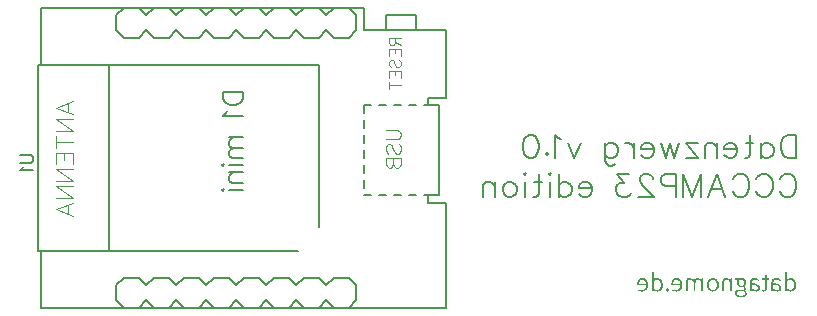
<source format=gbo>
G04 Layer: BottomSilkscreenLayer*
G04 EasyEDA v6.5.34, 2023-08-29 10:19:29*
G04 49c1189aaea244c0bf5c0b9dc7b8a4ca,07f4848b7c094117bb63b494a1dfdd33,10*
G04 Gerber Generator version 0.2*
G04 Scale: 100 percent, Rotated: No, Reflected: No *
G04 Dimensions in millimeters *
G04 leading zeros omitted , absolute positions ,4 integer and 5 decimal *
%FSLAX45Y45*%
%MOMM*%

%ADD10C,0.2032*%
%ADD11C,0.1524*%
%ADD12C,0.1219*%
%ADD13C,0.1422*%
%ADD14C,0.0813*%
%ADD15C,0.1016*%
%ADD16C,0.1270*%
%ADD17C,0.0153*%

%LPD*%
G36*
X6459982Y3235198D02*
G01*
X6459982Y3100324D01*
X6476492Y3100324D01*
X6476492Y3159760D01*
X6483705Y3165297D01*
X6490665Y3169107D01*
X6497472Y3171240D01*
X6504431Y3171952D01*
X6509054Y3171596D01*
X6513423Y3170478D01*
X6517538Y3168751D01*
X6521399Y3166313D01*
X6524955Y3163316D01*
X6528104Y3159709D01*
X6530898Y3155594D01*
X6533235Y3150971D01*
X6535166Y3145891D01*
X6536537Y3140405D01*
X6537401Y3134512D01*
X6537706Y3128264D01*
X6537452Y3121761D01*
X6536791Y3115716D01*
X6535623Y3110128D01*
X6533997Y3105048D01*
X6531965Y3100476D01*
X6529476Y3096463D01*
X6526580Y3093008D01*
X6523278Y3090113D01*
X6519621Y3087827D01*
X6515506Y3086201D01*
X6511035Y3085185D01*
X6506209Y3084830D01*
X6498437Y3085846D01*
X6490970Y3088792D01*
X6483705Y3093618D01*
X6476492Y3100324D01*
X6459982Y3100324D01*
X6459982Y3073400D01*
X6473698Y3073400D01*
X6474968Y3086608D01*
X6475730Y3086608D01*
X6479133Y3083458D01*
X6482791Y3080512D01*
X6486753Y3077819D01*
X6490919Y3075482D01*
X6495288Y3073552D01*
X6499860Y3072130D01*
X6504635Y3071164D01*
X6509512Y3070860D01*
X6514592Y3071114D01*
X6519418Y3071825D01*
X6523990Y3072993D01*
X6528307Y3074670D01*
X6532321Y3076752D01*
X6536080Y3079292D01*
X6539484Y3082290D01*
X6542633Y3085744D01*
X6545427Y3089605D01*
X6547916Y3093923D01*
X6549999Y3098647D01*
X6551777Y3103778D01*
X6553149Y3109264D01*
X6554165Y3115208D01*
X6554774Y3121558D01*
X6554978Y3128264D01*
X6554724Y3134715D01*
X6553962Y3140862D01*
X6552742Y3146704D01*
X6551066Y3152190D01*
X6548983Y3157270D01*
X6546494Y3162046D01*
X6543700Y3166364D01*
X6540550Y3170326D01*
X6537096Y3173882D01*
X6533388Y3176981D01*
X6529425Y3179673D01*
X6525310Y3181858D01*
X6520992Y3183636D01*
X6516522Y3184906D01*
X6511899Y3185668D01*
X6507226Y3185922D01*
X6498234Y3185058D01*
X6490360Y3182518D01*
X6482994Y3178403D01*
X6475730Y3172968D01*
X6476492Y3192018D01*
X6476492Y3235198D01*
G37*
G36*
X5331968Y3235198D02*
G01*
X5331968Y3100324D01*
X5348224Y3100324D01*
X5348224Y3159760D01*
X5355539Y3165297D01*
X5362498Y3169107D01*
X5369356Y3171240D01*
X5376418Y3171952D01*
X5380939Y3171596D01*
X5385308Y3170478D01*
X5389422Y3168751D01*
X5393232Y3166313D01*
X5396738Y3163316D01*
X5399887Y3159709D01*
X5402630Y3155594D01*
X5405018Y3150971D01*
X5406898Y3145891D01*
X5408269Y3140405D01*
X5409133Y3134512D01*
X5409438Y3128264D01*
X5409184Y3121761D01*
X5408523Y3115716D01*
X5407355Y3110128D01*
X5405729Y3105048D01*
X5403697Y3100476D01*
X5401208Y3096463D01*
X5398312Y3093008D01*
X5395010Y3090113D01*
X5391353Y3087827D01*
X5387238Y3086201D01*
X5382768Y3085185D01*
X5377942Y3084830D01*
X5370322Y3085846D01*
X5362905Y3088792D01*
X5355590Y3093618D01*
X5348224Y3100324D01*
X5331968Y3100324D01*
X5331968Y3073400D01*
X5345430Y3073400D01*
X5346954Y3086608D01*
X5347462Y3086608D01*
X5350916Y3083458D01*
X5354624Y3080512D01*
X5358587Y3077819D01*
X5362752Y3075482D01*
X5367172Y3073552D01*
X5371744Y3072130D01*
X5376519Y3071164D01*
X5381498Y3070860D01*
X5386578Y3071114D01*
X5391404Y3071825D01*
X5395976Y3072993D01*
X5400243Y3074670D01*
X5404256Y3076752D01*
X5407964Y3079292D01*
X5411368Y3082290D01*
X5414467Y3085744D01*
X5417261Y3089605D01*
X5419699Y3093923D01*
X5421782Y3098647D01*
X5423560Y3103778D01*
X5424932Y3109264D01*
X5425897Y3115208D01*
X5426506Y3121558D01*
X5426710Y3128264D01*
X5426456Y3134715D01*
X5425694Y3140862D01*
X5424474Y3146704D01*
X5422798Y3152190D01*
X5420715Y3157270D01*
X5418226Y3162046D01*
X5415432Y3166364D01*
X5412282Y3170326D01*
X5408828Y3173882D01*
X5405120Y3176981D01*
X5401157Y3179673D01*
X5397042Y3181858D01*
X5392724Y3183636D01*
X5388254Y3184906D01*
X5383631Y3185668D01*
X5378958Y3185922D01*
X5369966Y3185058D01*
X5362041Y3182518D01*
X5354726Y3178403D01*
X5347462Y3172968D01*
X5348224Y3192018D01*
X5348224Y3235198D01*
G37*
G36*
X6291580Y3214116D02*
G01*
X6291580Y3183128D01*
X6261354Y3183128D01*
X6261354Y3169412D01*
X6291580Y3169412D01*
X6291580Y3105912D01*
X6290716Y3096869D01*
X6287871Y3090062D01*
X6282588Y3085795D01*
X6274308Y3084322D01*
X6271107Y3084576D01*
X6267754Y3085287D01*
X6264503Y3086252D01*
X6261608Y3087370D01*
X6258306Y3074924D01*
X6268059Y3072130D01*
X6273088Y3071215D01*
X6277864Y3070860D01*
X6285738Y3071520D01*
X6292240Y3073400D01*
X6297472Y3076498D01*
X6301536Y3080664D01*
X6304534Y3085795D01*
X6306566Y3091840D01*
X6307734Y3098749D01*
X6308090Y3106420D01*
X6308090Y3169412D01*
X6324600Y3169412D01*
X6324600Y3182112D01*
X6307328Y3183128D01*
X6305296Y3214116D01*
G37*
G36*
X6381496Y3185922D02*
G01*
X6375146Y3185566D01*
X6369456Y3184448D01*
X6364427Y3182670D01*
X6359956Y3180283D01*
X6356096Y3177235D01*
X6352844Y3173577D01*
X6350101Y3169412D01*
X6347917Y3164738D01*
X6346240Y3159556D01*
X6345072Y3153918D01*
X6344361Y3147872D01*
X6344158Y3131566D01*
X6360668Y3131566D01*
X6369862Y3130346D01*
X6378041Y3128873D01*
X6385204Y3127197D01*
X6391452Y3125368D01*
X6396786Y3123285D01*
X6401257Y3120999D01*
X6404965Y3118510D01*
X6407861Y3115767D01*
X6410045Y3112820D01*
X6411569Y3109620D01*
X6412433Y3106216D01*
X6412738Y3102610D01*
X6411112Y3094126D01*
X6406743Y3088386D01*
X6400292Y3085084D01*
X6392418Y3084068D01*
X6384290Y3085033D01*
X6376568Y3087979D01*
X6368796Y3092754D01*
X6360668Y3099308D01*
X6360668Y3131566D01*
X6344158Y3131566D01*
X6344158Y3073400D01*
X6357874Y3073400D01*
X6359144Y3086862D01*
X6359906Y3086862D01*
X6363919Y3083610D01*
X6368135Y3080613D01*
X6372504Y3077870D01*
X6377076Y3075533D01*
X6381800Y3073603D01*
X6386677Y3072130D01*
X6391656Y3071164D01*
X6396736Y3070860D01*
X6403340Y3071368D01*
X6409436Y3072892D01*
X6414922Y3075381D01*
X6419596Y3078784D01*
X6423456Y3083153D01*
X6426301Y3088436D01*
X6428130Y3094583D01*
X6428740Y3101594D01*
X6428486Y3105962D01*
X6427774Y3110077D01*
X6426504Y3113887D01*
X6424726Y3117443D01*
X6422491Y3120745D01*
X6419646Y3123793D01*
X6416294Y3126638D01*
X6412433Y3129229D01*
X6407962Y3131566D01*
X6402984Y3133750D01*
X6397396Y3135680D01*
X6391249Y3137458D01*
X6384493Y3139033D01*
X6377178Y3140456D01*
X6360668Y3142742D01*
X6360820Y3148228D01*
X6361582Y3153562D01*
X6363004Y3158540D01*
X6365189Y3163011D01*
X6368338Y3166770D01*
X6372402Y3169666D01*
X6377635Y3171545D01*
X6384036Y3172206D01*
X6393637Y3171139D01*
X6402476Y3168294D01*
X6410452Y3164382D01*
X6417310Y3160014D01*
X6424168Y3171444D01*
X6415887Y3176371D01*
X6411061Y3178810D01*
X6405778Y3181045D01*
X6400139Y3183026D01*
X6394196Y3184550D01*
X6387947Y3185566D01*
G37*
G36*
X6200648Y3185922D02*
G01*
X6194348Y3185566D01*
X6188710Y3184448D01*
X6183731Y3182670D01*
X6179312Y3180283D01*
X6175451Y3177235D01*
X6172200Y3173577D01*
X6169507Y3169412D01*
X6167323Y3164738D01*
X6165646Y3159556D01*
X6164478Y3153918D01*
X6163767Y3147872D01*
X6163564Y3131566D01*
X6180074Y3131566D01*
X6189268Y3130346D01*
X6197447Y3128873D01*
X6204610Y3127197D01*
X6210858Y3125368D01*
X6216192Y3123285D01*
X6220663Y3120999D01*
X6224371Y3118510D01*
X6227267Y3115767D01*
X6229451Y3112820D01*
X6230975Y3109620D01*
X6231839Y3106216D01*
X6232144Y3102610D01*
X6230518Y3094126D01*
X6226200Y3088386D01*
X6219698Y3085084D01*
X6211824Y3084068D01*
X6203696Y3085033D01*
X6195974Y3087979D01*
X6188202Y3092754D01*
X6180074Y3099308D01*
X6180074Y3131566D01*
X6163564Y3131566D01*
X6163564Y3073400D01*
X6177280Y3073400D01*
X6178550Y3086862D01*
X6179312Y3086862D01*
X6183325Y3083610D01*
X6187541Y3080613D01*
X6191910Y3077870D01*
X6196482Y3075533D01*
X6201206Y3073603D01*
X6206083Y3072130D01*
X6211062Y3071164D01*
X6216142Y3070860D01*
X6222695Y3071368D01*
X6228740Y3072892D01*
X6234176Y3075381D01*
X6238900Y3078784D01*
X6242761Y3083153D01*
X6245656Y3088436D01*
X6247485Y3094583D01*
X6248146Y3101594D01*
X6247892Y3105962D01*
X6247130Y3110077D01*
X6245910Y3113887D01*
X6244132Y3117443D01*
X6241846Y3120745D01*
X6239002Y3123793D01*
X6235649Y3126638D01*
X6231737Y3129229D01*
X6227267Y3131566D01*
X6222238Y3133750D01*
X6216700Y3135680D01*
X6210554Y3137458D01*
X6203797Y3139033D01*
X6196482Y3140456D01*
X6180074Y3142742D01*
X6180226Y3148228D01*
X6180937Y3153562D01*
X6182309Y3158540D01*
X6184493Y3163011D01*
X6187592Y3166770D01*
X6191707Y3169666D01*
X6196939Y3171545D01*
X6203442Y3172206D01*
X6213043Y3171139D01*
X6221882Y3168294D01*
X6229858Y3164382D01*
X6236716Y3160014D01*
X6243320Y3171444D01*
X6235192Y3176371D01*
X6230366Y3178810D01*
X6225133Y3181045D01*
X6219494Y3183026D01*
X6213500Y3184550D01*
X6207201Y3185566D01*
G37*
G36*
X6091174Y3185922D02*
G01*
X6086754Y3185718D01*
X6082690Y3185109D01*
X6079083Y3184194D01*
X6075934Y3183128D01*
X6038088Y3183128D01*
X6038088Y3170428D01*
X6061202Y3170428D01*
X6057341Y3165856D01*
X6054293Y3160217D01*
X6052261Y3153714D01*
X6051600Y3147060D01*
X6066536Y3147060D01*
X6067044Y3152851D01*
X6068517Y3158032D01*
X6070803Y3162554D01*
X6073800Y3166364D01*
X6077458Y3169412D01*
X6081623Y3171647D01*
X6086246Y3173018D01*
X6091174Y3173476D01*
X6096152Y3173018D01*
X6100826Y3171647D01*
X6104991Y3169462D01*
X6108649Y3166465D01*
X6111646Y3162655D01*
X6113881Y3158134D01*
X6115304Y3152952D01*
X6115812Y3147060D01*
X6115304Y3141065D01*
X6113830Y3135680D01*
X6111494Y3131007D01*
X6108446Y3127044D01*
X6104788Y3123895D01*
X6100572Y3121558D01*
X6096000Y3120136D01*
X6091174Y3119628D01*
X6086348Y3120136D01*
X6081776Y3121558D01*
X6077559Y3123895D01*
X6073902Y3127044D01*
X6070854Y3131007D01*
X6068517Y3135680D01*
X6067044Y3141065D01*
X6066536Y3147060D01*
X6051600Y3147060D01*
X6051905Y3140913D01*
X6052972Y3135579D01*
X6054648Y3130702D01*
X6056934Y3126232D01*
X6059728Y3122168D01*
X6063081Y3118612D01*
X6066891Y3115513D01*
X6071057Y3112973D01*
X6075680Y3110890D01*
X6080556Y3109417D01*
X6085738Y3108502D01*
X6091174Y3108198D01*
X6095492Y3108452D01*
X6099860Y3109163D01*
X6104178Y3110433D01*
X6108192Y3112262D01*
X6111036Y3109518D01*
X6113272Y3106420D01*
X6114745Y3102762D01*
X6115304Y3098292D01*
X6114389Y3093364D01*
X6111290Y3089503D01*
X6105347Y3087014D01*
X6096000Y3086100D01*
X6073902Y3086100D01*
X6065062Y3085693D01*
X6057392Y3084525D01*
X6050889Y3082594D01*
X6045555Y3079800D01*
X6041390Y3076143D01*
X6038443Y3071622D01*
X6036665Y3066237D01*
X6036056Y3059938D01*
X6036270Y3057652D01*
X6052312Y3057652D01*
X6053836Y3064357D01*
X6058255Y3068777D01*
X6065469Y3071164D01*
X6075426Y3071876D01*
X6095492Y3071876D01*
X6101892Y3072434D01*
X6109462Y3073908D01*
X6114846Y3069183D01*
X6118555Y3064205D01*
X6120688Y3059125D01*
X6121400Y3054096D01*
X6120841Y3049727D01*
X6119164Y3045815D01*
X6116472Y3042412D01*
X6112713Y3039465D01*
X6108039Y3037179D01*
X6102451Y3035452D01*
X6095949Y3034385D01*
X6088634Y3034030D01*
X6080709Y3034538D01*
X6073648Y3036062D01*
X6067450Y3038348D01*
X6062167Y3041345D01*
X6058001Y3044952D01*
X6054902Y3048914D01*
X6052972Y3053232D01*
X6052312Y3057652D01*
X6036270Y3057652D01*
X6036513Y3055061D01*
X6037783Y3050286D01*
X6039916Y3045714D01*
X6042812Y3041396D01*
X6046520Y3037382D01*
X6050940Y3033725D01*
X6056020Y3030474D01*
X6061811Y3027680D01*
X6068212Y3025444D01*
X6075222Y3023768D01*
X6082792Y3022701D01*
X6090920Y3022346D01*
X6097473Y3022549D01*
X6103620Y3023260D01*
X6109360Y3024327D01*
X6114592Y3025851D01*
X6119368Y3027832D01*
X6123635Y3030169D01*
X6127292Y3032912D01*
X6130391Y3036011D01*
X6132830Y3039465D01*
X6134658Y3043326D01*
X6135776Y3047542D01*
X6136132Y3052064D01*
X6135014Y3059023D01*
X6131814Y3065678D01*
X6126683Y3071825D01*
X6119876Y3077210D01*
X6119876Y3077972D01*
X6123787Y3081070D01*
X6126937Y3085134D01*
X6129020Y3090164D01*
X6129782Y3096260D01*
X6128664Y3102711D01*
X6125768Y3108350D01*
X6121857Y3112973D01*
X6117590Y3116580D01*
X6117590Y3117342D01*
X6122822Y3122472D01*
X6127343Y3129330D01*
X6130594Y3137611D01*
X6131814Y3147060D01*
X6131458Y3152749D01*
X6130340Y3158032D01*
X6128562Y3163011D01*
X6126175Y3167532D01*
X6123228Y3171596D01*
X6119774Y3175254D01*
X6115862Y3178403D01*
X6111544Y3181045D01*
X6106871Y3183128D01*
X6101842Y3184652D01*
X6096609Y3185617D01*
G37*
G36*
X5961634Y3185922D02*
G01*
X5956096Y3185617D01*
X5951118Y3184702D01*
X5946648Y3183178D01*
X5942685Y3181045D01*
X5939180Y3178352D01*
X5936183Y3175050D01*
X5933694Y3171139D01*
X5931662Y3166668D01*
X5930087Y3161588D01*
X5928969Y3155950D01*
X5928309Y3149752D01*
X5928106Y3142996D01*
X5928106Y3073400D01*
X5944616Y3073400D01*
X5944616Y3140964D01*
X5944920Y3148380D01*
X5945886Y3154730D01*
X5947511Y3159963D01*
X5949797Y3164230D01*
X5952845Y3167430D01*
X5956604Y3169666D01*
X5961126Y3170986D01*
X5966460Y3171444D01*
X5970676Y3171139D01*
X5974638Y3170326D01*
X5978448Y3168904D01*
X5982157Y3166922D01*
X5985865Y3164433D01*
X5989624Y3161385D01*
X5997702Y3153664D01*
X5997702Y3073400D01*
X6014212Y3073400D01*
X6014212Y3183128D01*
X6000750Y3183128D01*
X5999226Y3167126D01*
X5998464Y3167126D01*
X5994501Y3170936D01*
X5990437Y3174441D01*
X5986170Y3177641D01*
X5981750Y3180435D01*
X5977128Y3182721D01*
X5972251Y3184448D01*
X5967069Y3185566D01*
G37*
G36*
X5849366Y3185922D02*
G01*
X5844387Y3185668D01*
X5839561Y3184956D01*
X5834786Y3183737D01*
X5830214Y3182061D01*
X5825845Y3179927D01*
X5821629Y3177336D01*
X5817717Y3174288D01*
X5814110Y3170834D01*
X5810758Y3166922D01*
X5807760Y3162604D01*
X5805170Y3157829D01*
X5802985Y3152698D01*
X5801207Y3147161D01*
X5799886Y3141218D01*
X5799074Y3134918D01*
X5798820Y3128264D01*
X5815838Y3128264D01*
X5816142Y3134563D01*
X5816955Y3140506D01*
X5818327Y3146044D01*
X5820206Y3151124D01*
X5822492Y3155696D01*
X5825286Y3159810D01*
X5828436Y3163366D01*
X5831992Y3166364D01*
X5835853Y3168751D01*
X5840069Y3170529D01*
X5844590Y3171596D01*
X5849366Y3171952D01*
X5854192Y3171596D01*
X5858713Y3170529D01*
X5862929Y3168751D01*
X5866790Y3166364D01*
X5870295Y3163366D01*
X5873445Y3159810D01*
X5876137Y3155696D01*
X5878423Y3151124D01*
X5880252Y3146044D01*
X5881573Y3140506D01*
X5882386Y3134563D01*
X5882640Y3128264D01*
X5882386Y3121914D01*
X5881573Y3115919D01*
X5880252Y3110382D01*
X5878423Y3105302D01*
X5876137Y3100679D01*
X5873445Y3096615D01*
X5870295Y3093059D01*
X5866790Y3090113D01*
X5862929Y3087725D01*
X5858713Y3085998D01*
X5854192Y3084931D01*
X5849366Y3084576D01*
X5844590Y3084931D01*
X5840069Y3085998D01*
X5835853Y3087725D01*
X5831992Y3090113D01*
X5828436Y3093059D01*
X5825286Y3096615D01*
X5822492Y3100679D01*
X5820206Y3105302D01*
X5818327Y3110382D01*
X5816955Y3115919D01*
X5816142Y3121914D01*
X5815838Y3128264D01*
X5798820Y3128264D01*
X5799074Y3121609D01*
X5799886Y3115360D01*
X5801207Y3109468D01*
X5802985Y3103981D01*
X5805170Y3098850D01*
X5807760Y3094126D01*
X5810758Y3089808D01*
X5814110Y3085947D01*
X5817717Y3082493D01*
X5821629Y3079445D01*
X5825845Y3076854D01*
X5830214Y3074720D01*
X5834786Y3073044D01*
X5839561Y3071825D01*
X5844387Y3071114D01*
X5849366Y3070860D01*
X5854395Y3071114D01*
X5859272Y3071825D01*
X5864047Y3073044D01*
X5868619Y3074720D01*
X5873038Y3076854D01*
X5877204Y3079445D01*
X5881116Y3082493D01*
X5884722Y3085947D01*
X5888024Y3089808D01*
X5891022Y3094126D01*
X5893612Y3098850D01*
X5895797Y3103981D01*
X5897575Y3109468D01*
X5898845Y3115360D01*
X5899658Y3121609D01*
X5899912Y3128264D01*
X5899658Y3134918D01*
X5898845Y3141218D01*
X5897575Y3147161D01*
X5895797Y3152698D01*
X5893612Y3157829D01*
X5891022Y3162604D01*
X5888024Y3166922D01*
X5884722Y3170783D01*
X5881116Y3174288D01*
X5877204Y3177336D01*
X5873038Y3179927D01*
X5868619Y3182061D01*
X5864047Y3183737D01*
X5859272Y3184956D01*
X5854395Y3185668D01*
G37*
G36*
X5652262Y3185922D02*
G01*
X5646928Y3185617D01*
X5642051Y3184702D01*
X5637631Y3183178D01*
X5633720Y3181045D01*
X5630214Y3178352D01*
X5627268Y3175050D01*
X5624728Y3171139D01*
X5622645Y3166668D01*
X5621020Y3161588D01*
X5619902Y3155950D01*
X5619191Y3149752D01*
X5618988Y3142996D01*
X5618988Y3073400D01*
X5635752Y3073400D01*
X5635752Y3140964D01*
X5636056Y3148380D01*
X5637022Y3154730D01*
X5638596Y3159963D01*
X5640882Y3164230D01*
X5643880Y3167430D01*
X5647537Y3169666D01*
X5651957Y3170986D01*
X5657088Y3171444D01*
X5663844Y3170326D01*
X5670854Y3167024D01*
X5678170Y3161487D01*
X5685790Y3153664D01*
X5685790Y3073400D01*
X5702300Y3073400D01*
X5702300Y3140964D01*
X5702604Y3148380D01*
X5703570Y3154730D01*
X5705195Y3159963D01*
X5707481Y3164230D01*
X5710478Y3167430D01*
X5714187Y3169666D01*
X5718657Y3170986D01*
X5723890Y3171444D01*
X5730443Y3170326D01*
X5737504Y3167024D01*
X5744870Y3161487D01*
X5752592Y3153664D01*
X5752592Y3073400D01*
X5768848Y3073400D01*
X5768848Y3183128D01*
X5755640Y3183128D01*
X5753862Y3166872D01*
X5753354Y3166872D01*
X5749645Y3170732D01*
X5745734Y3174339D01*
X5741670Y3177590D01*
X5737453Y3180384D01*
X5733084Y3182721D01*
X5728512Y3184448D01*
X5723839Y3185515D01*
X5719064Y3185922D01*
X5713069Y3185515D01*
X5707786Y3184398D01*
X5703163Y3182569D01*
X5699201Y3180130D01*
X5695797Y3177032D01*
X5693003Y3173374D01*
X5690666Y3169208D01*
X5688838Y3164586D01*
X5684469Y3169158D01*
X5680049Y3173272D01*
X5675630Y3176930D01*
X5671108Y3180029D01*
X5666536Y3182518D01*
X5661914Y3184398D01*
X5657138Y3185515D01*
G37*
G36*
X5541772Y3185922D02*
G01*
X5535168Y3185515D01*
X5529072Y3184347D01*
X5523433Y3182366D01*
X5518404Y3179673D01*
X5513882Y3176270D01*
X5509920Y3172155D01*
X5506516Y3167430D01*
X5503672Y3162046D01*
X5501487Y3156000D01*
X5499862Y3149447D01*
X5498896Y3142284D01*
X5498682Y3136900D01*
X5513070Y3136900D01*
X5513578Y3145129D01*
X5515000Y3152292D01*
X5517388Y3158439D01*
X5520639Y3163468D01*
X5524703Y3167380D01*
X5529580Y3170174D01*
X5535168Y3171901D01*
X5541518Y3172460D01*
X5547512Y3171850D01*
X5553202Y3170072D01*
X5558485Y3167126D01*
X5563260Y3163062D01*
X5567375Y3157982D01*
X5570677Y3151886D01*
X5573115Y3144824D01*
X5574538Y3136900D01*
X5498682Y3136900D01*
X5498592Y3131820D01*
X5498896Y3126790D01*
X5499354Y3124708D01*
X5574284Y3124708D01*
X5573725Y3118764D01*
X5572658Y3113227D01*
X5571032Y3108045D01*
X5568950Y3103321D01*
X5566359Y3099054D01*
X5563311Y3095244D01*
X5559806Y3091942D01*
X5555945Y3089198D01*
X5551627Y3086963D01*
X5547004Y3085388D01*
X5542026Y3084423D01*
X5536692Y3084068D01*
X5528970Y3084677D01*
X5521756Y3086404D01*
X5515051Y3089198D01*
X5508752Y3092958D01*
X5502656Y3082036D01*
X5510225Y3077718D01*
X5514289Y3075838D01*
X5518607Y3074162D01*
X5523179Y3072790D01*
X5528005Y3071723D01*
X5533186Y3071114D01*
X5538724Y3070860D01*
X5544058Y3071114D01*
X5549290Y3071825D01*
X5554268Y3073044D01*
X5559094Y3074771D01*
X5563616Y3076905D01*
X5567934Y3079496D01*
X5571947Y3082544D01*
X5575604Y3086049D01*
X5578957Y3089960D01*
X5581954Y3094228D01*
X5584545Y3098952D01*
X5586730Y3104083D01*
X5588457Y3109569D01*
X5589727Y3115462D01*
X5590540Y3121660D01*
X5590794Y3128264D01*
X5590540Y3134766D01*
X5589727Y3140964D01*
X5588406Y3146806D01*
X5586679Y3152292D01*
X5584494Y3157372D01*
X5581904Y3162147D01*
X5578957Y3166465D01*
X5575706Y3170428D01*
X5572150Y3173933D01*
X5568340Y3177032D01*
X5564276Y3179724D01*
X5560060Y3181908D01*
X5555640Y3183636D01*
X5551119Y3184906D01*
X5546445Y3185668D01*
G37*
G36*
X5252974Y3185922D02*
G01*
X5246370Y3185515D01*
X5240274Y3184347D01*
X5234635Y3182366D01*
X5229606Y3179673D01*
X5225084Y3176270D01*
X5221071Y3172155D01*
X5217718Y3167430D01*
X5214874Y3162046D01*
X5212689Y3156000D01*
X5211064Y3149447D01*
X5210098Y3142284D01*
X5209884Y3136900D01*
X5224272Y3136900D01*
X5224780Y3145129D01*
X5226202Y3152292D01*
X5228590Y3158439D01*
X5231841Y3163468D01*
X5235905Y3167380D01*
X5240782Y3170174D01*
X5246370Y3171901D01*
X5252720Y3172460D01*
X5258714Y3171850D01*
X5264404Y3170072D01*
X5269687Y3167126D01*
X5274462Y3163062D01*
X5278577Y3157982D01*
X5281879Y3151886D01*
X5284317Y3144824D01*
X5285740Y3136900D01*
X5209884Y3136900D01*
X5209844Y3131820D01*
X5210200Y3126790D01*
X5210556Y3124708D01*
X5285486Y3124708D01*
X5284978Y3118764D01*
X5283860Y3113227D01*
X5282285Y3108045D01*
X5280202Y3103321D01*
X5277612Y3099054D01*
X5274614Y3095244D01*
X5271109Y3091942D01*
X5267248Y3089198D01*
X5262930Y3086963D01*
X5258257Y3085388D01*
X5253278Y3084423D01*
X5247894Y3084068D01*
X5240223Y3084677D01*
X5233111Y3086404D01*
X5226456Y3089198D01*
X5220208Y3092958D01*
X5214112Y3082036D01*
X5221528Y3077718D01*
X5225542Y3075838D01*
X5229809Y3074162D01*
X5234381Y3072790D01*
X5239207Y3071723D01*
X5244388Y3071114D01*
X5249926Y3070860D01*
X5255260Y3071114D01*
X5260492Y3071825D01*
X5265470Y3073044D01*
X5270296Y3074771D01*
X5274818Y3076905D01*
X5279136Y3079496D01*
X5283149Y3082544D01*
X5286806Y3086049D01*
X5290159Y3089960D01*
X5293156Y3094228D01*
X5295747Y3098952D01*
X5297932Y3104083D01*
X5299659Y3109569D01*
X5300929Y3115462D01*
X5301742Y3121660D01*
X5301996Y3128264D01*
X5301742Y3134766D01*
X5300929Y3140964D01*
X5299608Y3146806D01*
X5297881Y3152292D01*
X5295696Y3157372D01*
X5293106Y3162147D01*
X5290159Y3166465D01*
X5286908Y3170428D01*
X5283352Y3173933D01*
X5279542Y3177032D01*
X5275478Y3179724D01*
X5271262Y3181908D01*
X5266842Y3183636D01*
X5262321Y3184906D01*
X5257647Y3185668D01*
G37*
G36*
X5462778Y3097276D02*
G01*
X5457901Y3096310D01*
X5453837Y3093567D01*
X5451094Y3089351D01*
X5450078Y3083814D01*
X5451094Y3078480D01*
X5453837Y3074365D01*
X5457901Y3071774D01*
X5462778Y3070860D01*
X5467502Y3071774D01*
X5471464Y3074365D01*
X5474208Y3078480D01*
X5475224Y3083814D01*
X5474208Y3089351D01*
X5471464Y3093618D01*
X5467502Y3096310D01*
G37*
D10*
X6554975Y4396046D02*
G01*
X6554975Y4202084D01*
X6554975Y4396046D02*
G01*
X6490319Y4396046D01*
X6462610Y4386811D01*
X6444140Y4368337D01*
X6434902Y4349864D01*
X6425666Y4322155D01*
X6425666Y4275975D01*
X6434902Y4248264D01*
X6444140Y4229793D01*
X6462610Y4211320D01*
X6490319Y4202084D01*
X6554975Y4202084D01*
X6253871Y4331393D02*
G01*
X6253871Y4202084D01*
X6253871Y4303684D02*
G01*
X6272342Y4322155D01*
X6290815Y4331393D01*
X6318524Y4331393D01*
X6336997Y4322155D01*
X6355471Y4303684D01*
X6364706Y4275975D01*
X6364706Y4257502D01*
X6355471Y4229793D01*
X6336997Y4211320D01*
X6318524Y4202084D01*
X6290815Y4202084D01*
X6272342Y4211320D01*
X6253871Y4229793D01*
X6165199Y4396046D02*
G01*
X6165199Y4239028D01*
X6155964Y4211320D01*
X6137490Y4202084D01*
X6119020Y4202084D01*
X6192911Y4331393D02*
G01*
X6128255Y4331393D01*
X6058060Y4275975D02*
G01*
X5947222Y4275975D01*
X5947222Y4294446D01*
X5956460Y4312920D01*
X5965695Y4322155D01*
X5984168Y4331393D01*
X6011877Y4331393D01*
X6030351Y4322155D01*
X6048822Y4303684D01*
X6058060Y4275975D01*
X6058060Y4257502D01*
X6048822Y4229793D01*
X6030351Y4211320D01*
X6011877Y4202084D01*
X5984168Y4202084D01*
X5965695Y4211320D01*
X5947222Y4229793D01*
X5886262Y4331393D02*
G01*
X5886262Y4202084D01*
X5886262Y4294446D02*
G01*
X5858553Y4322155D01*
X5840079Y4331393D01*
X5812370Y4331393D01*
X5793900Y4322155D01*
X5784662Y4294446D01*
X5784662Y4202084D01*
X5622102Y4331393D02*
G01*
X5723702Y4202084D01*
X5723702Y4331393D02*
G01*
X5622102Y4331393D01*
X5723702Y4202084D02*
G01*
X5622102Y4202084D01*
X5561142Y4331393D02*
G01*
X5524197Y4202084D01*
X5487250Y4331393D02*
G01*
X5524197Y4202084D01*
X5487250Y4331393D02*
G01*
X5450306Y4202084D01*
X5413359Y4331393D02*
G01*
X5450306Y4202084D01*
X5352399Y4275975D02*
G01*
X5241564Y4275975D01*
X5241564Y4294446D01*
X5250799Y4312920D01*
X5260037Y4322155D01*
X5278511Y4331393D01*
X5306220Y4331393D01*
X5324690Y4322155D01*
X5343164Y4303684D01*
X5352399Y4275975D01*
X5352399Y4257502D01*
X5343164Y4229793D01*
X5324690Y4211320D01*
X5306220Y4202084D01*
X5278511Y4202084D01*
X5260037Y4211320D01*
X5241564Y4229793D01*
X5180604Y4331393D02*
G01*
X5180604Y4202084D01*
X5180604Y4275975D02*
G01*
X5171368Y4303684D01*
X5152895Y4322155D01*
X5134422Y4331393D01*
X5106713Y4331393D01*
X4934917Y4331393D02*
G01*
X4934917Y4183611D01*
X4944153Y4155902D01*
X4953391Y4146664D01*
X4971862Y4137428D01*
X4999570Y4137428D01*
X5018044Y4146664D01*
X4934917Y4303684D02*
G01*
X4953391Y4322155D01*
X4971862Y4331393D01*
X4999570Y4331393D01*
X5018044Y4322155D01*
X5036517Y4303684D01*
X5045753Y4275975D01*
X5045753Y4257502D01*
X5036517Y4229793D01*
X5018044Y4211320D01*
X4999570Y4202084D01*
X4971862Y4202084D01*
X4953391Y4211320D01*
X4934917Y4229793D01*
X4731717Y4331393D02*
G01*
X4676300Y4202084D01*
X4620879Y4331393D02*
G01*
X4676300Y4202084D01*
X4559919Y4359102D02*
G01*
X4541448Y4368337D01*
X4513740Y4396046D01*
X4513740Y4202084D01*
X4443542Y4248264D02*
G01*
X4452780Y4239028D01*
X4443542Y4229793D01*
X4434306Y4239028D01*
X4443542Y4248264D01*
X4317928Y4396046D02*
G01*
X4345637Y4386811D01*
X4364111Y4359102D01*
X4373346Y4312920D01*
X4373346Y4285211D01*
X4364111Y4239028D01*
X4345637Y4211320D01*
X4317928Y4202084D01*
X4299455Y4202084D01*
X4271746Y4211320D01*
X4253273Y4239028D01*
X4244037Y4285211D01*
X4244037Y4312920D01*
X4253273Y4359102D01*
X4271746Y4386811D01*
X4299455Y4396046D01*
X4317928Y4396046D01*
X6416423Y4019664D02*
G01*
X6425658Y4038137D01*
X6444132Y4056611D01*
X6462603Y4065846D01*
X6499550Y4065846D01*
X6518023Y4056611D01*
X6536494Y4038137D01*
X6545732Y4019664D01*
X6554967Y3991955D01*
X6554967Y3945775D01*
X6545732Y3918064D01*
X6536494Y3899593D01*
X6518023Y3881120D01*
X6499550Y3871884D01*
X6462603Y3871884D01*
X6444132Y3881120D01*
X6425658Y3899593D01*
X6416423Y3918064D01*
X6216916Y4019664D02*
G01*
X6226152Y4038137D01*
X6244625Y4056611D01*
X6263098Y4065846D01*
X6300043Y4065846D01*
X6318516Y4056611D01*
X6336990Y4038137D01*
X6346225Y4019664D01*
X6355463Y3991955D01*
X6355463Y3945775D01*
X6346225Y3918064D01*
X6336990Y3899593D01*
X6318516Y3881120D01*
X6300043Y3871884D01*
X6263098Y3871884D01*
X6244625Y3881120D01*
X6226152Y3899593D01*
X6216916Y3918064D01*
X6017412Y4019664D02*
G01*
X6026647Y4038137D01*
X6045121Y4056611D01*
X6063592Y4065846D01*
X6100538Y4065846D01*
X6119012Y4056611D01*
X6137483Y4038137D01*
X6146721Y4019664D01*
X6155956Y3991955D01*
X6155956Y3945775D01*
X6146721Y3918064D01*
X6137483Y3899593D01*
X6119012Y3881120D01*
X6100538Y3871884D01*
X6063592Y3871884D01*
X6045121Y3881120D01*
X6026647Y3899593D01*
X6017412Y3918064D01*
X5882561Y4065846D02*
G01*
X5956452Y3871884D01*
X5882561Y4065846D02*
G01*
X5808670Y3871884D01*
X5928743Y3936537D02*
G01*
X5836378Y3936537D01*
X5747710Y4065846D02*
G01*
X5747710Y3871884D01*
X5747710Y4065846D02*
G01*
X5673818Y3871884D01*
X5599927Y4065846D02*
G01*
X5673818Y3871884D01*
X5599927Y4065846D02*
G01*
X5599927Y3871884D01*
X5538967Y4065846D02*
G01*
X5538967Y3871884D01*
X5538967Y4065846D02*
G01*
X5455841Y4065846D01*
X5428132Y4056611D01*
X5418894Y4047375D01*
X5409658Y4028902D01*
X5409658Y4001193D01*
X5418894Y3982720D01*
X5428132Y3973484D01*
X5455841Y3964246D01*
X5538967Y3964246D01*
X5339463Y4019664D02*
G01*
X5339463Y4028902D01*
X5330225Y4047375D01*
X5320990Y4056611D01*
X5302516Y4065846D01*
X5265572Y4065846D01*
X5247098Y4056611D01*
X5237863Y4047375D01*
X5228625Y4028902D01*
X5228625Y4010428D01*
X5237863Y3991955D01*
X5256334Y3964246D01*
X5348698Y3871884D01*
X5219390Y3871884D01*
X5139956Y4065846D02*
G01*
X5038356Y4065846D01*
X5093774Y3991955D01*
X5066065Y3991955D01*
X5047592Y3982720D01*
X5038356Y3973484D01*
X5029121Y3945775D01*
X5029121Y3927302D01*
X5038356Y3899593D01*
X5056830Y3881120D01*
X5084538Y3871884D01*
X5112247Y3871884D01*
X5139956Y3881120D01*
X5149192Y3890355D01*
X5158430Y3908828D01*
X4825921Y3945775D02*
G01*
X4715083Y3945775D01*
X4715083Y3964246D01*
X4724321Y3982720D01*
X4733556Y3991955D01*
X4752030Y4001193D01*
X4779738Y4001193D01*
X4798212Y3991955D01*
X4816683Y3973484D01*
X4825921Y3945775D01*
X4825921Y3927302D01*
X4816683Y3899593D01*
X4798212Y3881120D01*
X4779738Y3871884D01*
X4752030Y3871884D01*
X4733556Y3881120D01*
X4715083Y3899593D01*
X4543287Y4065846D02*
G01*
X4543287Y3871884D01*
X4543287Y3973484D02*
G01*
X4561761Y3991955D01*
X4580232Y4001193D01*
X4607943Y4001193D01*
X4626414Y3991955D01*
X4644887Y3973484D01*
X4654123Y3945775D01*
X4654123Y3927302D01*
X4644887Y3899593D01*
X4626414Y3881120D01*
X4607943Y3871884D01*
X4580232Y3871884D01*
X4561761Y3881120D01*
X4543287Y3899593D01*
X4482327Y4065846D02*
G01*
X4473092Y4056611D01*
X4463854Y4065846D01*
X4473092Y4075084D01*
X4482327Y4065846D01*
X4473092Y4001193D02*
G01*
X4473092Y3871884D01*
X4375185Y4065846D02*
G01*
X4375185Y3908828D01*
X4365950Y3881120D01*
X4347476Y3871884D01*
X4329003Y3871884D01*
X4402894Y4001193D02*
G01*
X4338241Y4001193D01*
X4268043Y4065846D02*
G01*
X4258807Y4056611D01*
X4249572Y4065846D01*
X4258807Y4075084D01*
X4268043Y4065846D01*
X4258807Y4001193D02*
G01*
X4258807Y3871884D01*
X4142430Y4001193D02*
G01*
X4160903Y3991955D01*
X4179374Y3973484D01*
X4188612Y3945775D01*
X4188612Y3927302D01*
X4179374Y3899593D01*
X4160903Y3881120D01*
X4142430Y3871884D01*
X4114721Y3871884D01*
X4096247Y3881120D01*
X4077774Y3899593D01*
X4068538Y3927302D01*
X4068538Y3945775D01*
X4077774Y3973484D01*
X4096247Y3991955D01*
X4114721Y4001193D01*
X4142430Y4001193D01*
X4007578Y4001193D02*
G01*
X4007578Y3871884D01*
X4007578Y3964246D02*
G01*
X3979870Y3991955D01*
X3961396Y4001193D01*
X3933687Y4001193D01*
X3915214Y3991955D01*
X3905978Y3964246D01*
X3905978Y3871884D01*
D11*
X-13715Y4229100D02*
G01*
X64262Y4229100D01*
X79755Y4224020D01*
X90170Y4213605D01*
X95250Y4197857D01*
X95250Y4187444D01*
X90170Y4171950D01*
X79755Y4161536D01*
X64262Y4156455D01*
X-13715Y4156455D01*
X7112Y4122165D02*
G01*
X1778Y4111752D01*
X-13715Y4096004D01*
X95250Y4096004D01*
D12*
X290829Y4628387D02*
G01*
X436118Y4683760D01*
X290829Y4628387D02*
G01*
X436118Y4573015D01*
X387604Y4662931D02*
G01*
X387604Y4593589D01*
X290829Y4527295D02*
G01*
X436118Y4527295D01*
X290829Y4527295D02*
G01*
X436118Y4430268D01*
X290829Y4430268D02*
G01*
X436118Y4430268D01*
X290829Y4336034D02*
G01*
X436118Y4336034D01*
X290829Y4384547D02*
G01*
X290829Y4287520D01*
X290829Y4241800D02*
G01*
X436118Y4241800D01*
X290829Y4241800D02*
G01*
X290829Y4151629D01*
X359918Y4241800D02*
G01*
X359918Y4186428D01*
X436118Y4241800D02*
G01*
X436118Y4151629D01*
X290829Y4105910D02*
G01*
X436118Y4105910D01*
X290829Y4105910D02*
G01*
X436118Y4009136D01*
X290829Y4009136D02*
G01*
X436118Y4009136D01*
X290829Y3963415D02*
G01*
X436118Y3963415D01*
X290829Y3963415D02*
G01*
X436118Y3866387D01*
X290829Y3866387D02*
G01*
X436118Y3866387D01*
X290829Y3765295D02*
G01*
X436118Y3820668D01*
X290829Y3765295D02*
G01*
X436118Y3709670D01*
X387604Y3799839D02*
G01*
X387604Y3730497D01*
D13*
X1700276Y4763770D02*
G01*
X1869947Y4763770D01*
X1700276Y4763770D02*
G01*
X1700276Y4707128D01*
X1708150Y4682997D01*
X1724405Y4666742D01*
X1740662Y4658613D01*
X1764792Y4650739D01*
X1805178Y4650739D01*
X1829562Y4658613D01*
X1845563Y4666742D01*
X1861820Y4682997D01*
X1869947Y4707128D01*
X1869947Y4763770D01*
X1732534Y4597400D02*
G01*
X1724405Y4581144D01*
X1700276Y4556760D01*
X1869947Y4556760D01*
X1756663Y4378960D02*
G01*
X1869947Y4378960D01*
X1789176Y4378960D02*
G01*
X1764792Y4354829D01*
X1756663Y4338573D01*
X1756663Y4314444D01*
X1764792Y4298187D01*
X1789176Y4290060D01*
X1869947Y4290060D01*
X1789176Y4290060D02*
G01*
X1764792Y4265929D01*
X1756663Y4249673D01*
X1756663Y4225544D01*
X1764792Y4209287D01*
X1789176Y4201160D01*
X1869947Y4201160D01*
X1700276Y4147820D02*
G01*
X1708150Y4139945D01*
X1700276Y4131818D01*
X1692147Y4139945D01*
X1700276Y4147820D01*
X1756663Y4139945D02*
G01*
X1869947Y4139945D01*
X1756663Y4078478D02*
G01*
X1869947Y4078478D01*
X1789176Y4078478D02*
G01*
X1764792Y4054094D01*
X1756663Y4038092D01*
X1756663Y4013707D01*
X1764792Y3997705D01*
X1789176Y3989578D01*
X1869947Y3989578D01*
X1700276Y3936237D02*
G01*
X1708150Y3928110D01*
X1700276Y3919981D01*
X1692147Y3928110D01*
X1700276Y3936237D01*
X1756663Y3928110D02*
G01*
X1869947Y3928110D01*
D14*
X3110484Y5219700D02*
G01*
X3207511Y5219700D01*
X3110484Y5219700D02*
G01*
X3110484Y5178044D01*
X3115309Y5164328D01*
X3119881Y5159755D01*
X3129025Y5154929D01*
X3138170Y5154929D01*
X3147568Y5159755D01*
X3152140Y5164328D01*
X3156711Y5178044D01*
X3156711Y5219700D01*
X3156711Y5187442D02*
G01*
X3207511Y5154929D01*
X3110484Y5124450D02*
G01*
X3207511Y5124450D01*
X3110484Y5124450D02*
G01*
X3110484Y5064505D01*
X3156711Y5124450D02*
G01*
X3156711Y5087620D01*
X3207511Y5124450D02*
G01*
X3207511Y5064505D01*
X3124454Y4969510D02*
G01*
X3115309Y4978654D01*
X3110484Y4992370D01*
X3110484Y5010912D01*
X3115309Y5024881D01*
X3124454Y5034026D01*
X3133597Y5034026D01*
X3142995Y5029454D01*
X3147568Y5024881D01*
X3152140Y5015484D01*
X3161284Y4987797D01*
X3166109Y4978654D01*
X3170681Y4974081D01*
X3179825Y4969510D01*
X3193795Y4969510D01*
X3202940Y4978654D01*
X3207511Y4992370D01*
X3207511Y5010912D01*
X3202940Y5024881D01*
X3193795Y5034026D01*
X3110484Y4939029D02*
G01*
X3207511Y4939029D01*
X3110484Y4939029D02*
G01*
X3110484Y4878831D01*
X3156711Y4939029D02*
G01*
X3156711Y4901945D01*
X3207511Y4939029D02*
G01*
X3207511Y4878831D01*
X3110484Y4816094D02*
G01*
X3207511Y4816094D01*
X3110484Y4848352D02*
G01*
X3110484Y4783836D01*
D15*
X3084829Y4438650D02*
G01*
X3171443Y4438650D01*
X3188970Y4432807D01*
X3200400Y4421378D01*
X3206241Y4404105D01*
X3206241Y4392421D01*
X3200400Y4375150D01*
X3188970Y4363720D01*
X3171443Y4357878D01*
X3084829Y4357878D01*
X3102356Y4239005D02*
G01*
X3090672Y4250436D01*
X3084829Y4267707D01*
X3084829Y4290821D01*
X3090672Y4308094D01*
X3102356Y4319778D01*
X3113786Y4319778D01*
X3125470Y4313936D01*
X3131058Y4308094D01*
X3136900Y4296663D01*
X3148329Y4262120D01*
X3154172Y4250436D01*
X3160013Y4244594D01*
X3171443Y4239005D01*
X3188970Y4239005D01*
X3200400Y4250436D01*
X3206241Y4267707D01*
X3206241Y4290821D01*
X3200400Y4308094D01*
X3188970Y4319778D01*
X3084829Y4200905D02*
G01*
X3206241Y4200905D01*
X3084829Y4200905D02*
G01*
X3084829Y4148836D01*
X3090672Y4131563D01*
X3096513Y4125721D01*
X3107943Y4119879D01*
X3119627Y4119879D01*
X3131058Y4125721D01*
X3136900Y4131563D01*
X3142741Y4148836D01*
X3142741Y4200905D02*
G01*
X3142741Y4148836D01*
X3148329Y4131563D01*
X3154172Y4125721D01*
X3165856Y4119879D01*
X3183127Y4119879D01*
X3194558Y4125721D01*
X3200400Y4131563D01*
X3206241Y4148836D01*
X3206241Y4200905D01*
D16*
X736600Y4991100D02*
G01*
X2514600Y4991100D01*
X2514600Y3619500D01*
X1625600Y5473700D02*
G01*
X1562100Y5410200D01*
X1498600Y5473700D01*
X1371600Y5473700D01*
X1308100Y5410200D01*
X1244600Y5473700D01*
X1117600Y5473700D01*
X1054100Y5410200D01*
X990600Y5473700D01*
X863600Y5473700D01*
X800100Y5410200D01*
X800100Y5283200D01*
X863600Y5219700D01*
X990600Y5219700D01*
X1054100Y5283200D01*
X1117600Y5219700D01*
X1244600Y5219700D01*
X1308100Y5283200D01*
X1371600Y5219700D01*
X1498600Y5219700D01*
X1562100Y5283200D01*
X1625600Y5219700D01*
X1752600Y5219700D01*
X1816100Y5283200D01*
X1879600Y5219700D01*
X2006600Y5219700D01*
X2070100Y5283200D01*
X2133600Y5219700D01*
X2260600Y5219700D01*
X2324100Y5283200D01*
X2387600Y5219700D01*
X2514600Y5219700D01*
X2578100Y5283200D01*
X2641600Y5219700D01*
X2768600Y5219700D01*
X2832100Y5283200D01*
X2832100Y5410200D01*
X2768600Y5473700D01*
X1752600Y5473700D02*
G01*
X1816100Y5410200D01*
X1879600Y5473700D01*
X2006600Y5473700D02*
G01*
X2070100Y5410200D01*
X2133600Y5473700D01*
X2260600Y5473700D02*
G01*
X2324100Y5410200D01*
X2387600Y5473700D01*
X2514600Y5473700D02*
G01*
X2578100Y5410200D01*
X2641600Y5473700D01*
X863600Y5473700D02*
G01*
X165100Y5473700D01*
X165100Y4991100D01*
X736600Y4991100D01*
X736600Y3416300D01*
X2336800Y3416300D01*
X736600Y3416300D02*
G01*
X165100Y3416300D01*
X165100Y2933700D01*
X863600Y2933700D01*
X990600Y2933700D01*
X1117600Y2933700D01*
X1244600Y2933700D01*
X1371600Y2933700D01*
X1498600Y2933700D01*
X3594100Y2933700D01*
X3594100Y3822700D01*
X3441700Y3822700D01*
X3441700Y3886200D01*
X3403600Y3886200D01*
X1371600Y5473700D02*
G01*
X1244600Y5473700D01*
X1117600Y5473700D02*
G01*
X990600Y5473700D01*
X1498600Y2933700D02*
G01*
X1562100Y2997200D01*
X1625600Y2933700D01*
X1752600Y2933700D02*
G01*
X1816100Y2997200D01*
X1879600Y2933700D01*
X2006600Y2933700D02*
G01*
X2070100Y2997200D01*
X2133600Y2933700D01*
X2260600Y2933700D02*
G01*
X2324100Y2997200D01*
X2387600Y2933700D01*
X2514600Y2933700D02*
G01*
X2578100Y2997200D01*
X2641600Y2933700D01*
X2768600Y2933700D02*
G01*
X2832100Y2997200D01*
X2832100Y3124200D01*
X2768600Y3187700D01*
X2641600Y3187700D01*
X2578100Y3124200D01*
X2514600Y3187700D01*
X2387600Y3187700D01*
X2324100Y3124200D01*
X2260600Y3187700D01*
X2133600Y3187700D01*
X2070100Y3124200D01*
X2006600Y3187700D01*
X1879600Y3187700D01*
X1816100Y3124200D01*
X1752600Y3187700D01*
X1625600Y3187700D01*
X1562100Y3124200D01*
X1498600Y3187700D01*
X1371600Y3187700D01*
X1308100Y3124200D01*
X1244600Y3187700D01*
X1117600Y3187700D01*
X1054100Y3124200D01*
X990600Y3187700D01*
X863600Y3187700D01*
X800100Y3124200D01*
X800100Y2997200D01*
X863600Y2933700D01*
X990600Y2933700D02*
G01*
X1054100Y2997200D01*
X1117600Y2933700D01*
X1244600Y2933700D02*
G01*
X1308100Y2997200D01*
X1371600Y2933700D01*
X1498600Y5473700D02*
G01*
X2895600Y5473700D01*
X2895600Y5283200D01*
X3086100Y5283200D01*
X3340100Y5283200D01*
X3594100Y5283200D01*
X3594100Y4711700D01*
X3441700Y4711700D01*
X3441700Y4648200D01*
X3403600Y4648200D01*
X3086100Y5283200D02*
G01*
X3086100Y5410200D01*
X3340100Y5410200D01*
X3340100Y5283200D01*
X3441700Y4648200D02*
G01*
X3530600Y4648200D01*
X3530600Y3886200D01*
X3441700Y3886200D01*
X2895600Y4584700D02*
G01*
X2895600Y4648200D01*
X2959100Y4648200D01*
X3022600Y4648200D02*
G01*
X3086100Y4648200D01*
X3149600Y4648200D02*
G01*
X3213100Y4648200D01*
X3276600Y4648200D02*
G01*
X3340100Y4648200D01*
X2895600Y4521200D02*
G01*
X2895600Y4457700D01*
X2895600Y4394200D02*
G01*
X2895600Y4330700D01*
X2895600Y4267200D02*
G01*
X2895600Y4203700D01*
X2895600Y4140200D02*
G01*
X2895600Y4076700D01*
X2895600Y4013200D02*
G01*
X2895600Y3949700D01*
X2895600Y3886200D02*
G01*
X2959100Y3886200D01*
X3022600Y3886200D02*
G01*
X3086100Y3886200D01*
X3149600Y3886200D02*
G01*
X3213100Y3886200D01*
X3276600Y3886200D02*
G01*
X3340100Y3886200D01*
X165100Y4991100D02*
G01*
X139700Y4991100D01*
X139700Y3416300D01*
X165100Y3416300D01*
M02*

</source>
